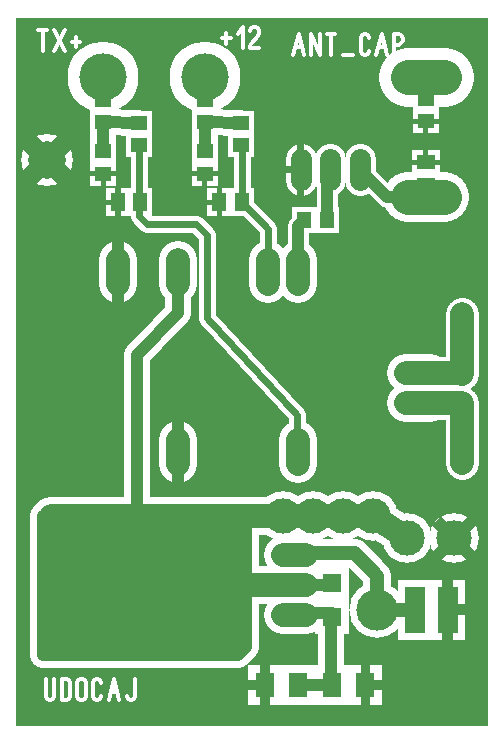
<source format=gbr>
%FSLAX34Y34*%
%MOMM*%
%LNCOPPER_TOP*%
G71*
G01*
%ADD10C, 4.700*%
%ADD11C, 4.400*%
%ADD12C, 3.200*%
%ADD13C, 5.000*%
%ADD14C, 4.200*%
%ADD15C, 2.200*%
%ADD16C, 2.400*%
%ADD17R, 3.000X5.200*%
%ADD18C, 4.200*%
%ADD19R, 3.000X3.400*%
%ADD20C, 2.600*%
%ADD21C, 1.800*%
%ADD22C, 2.800*%
%ADD23R, 2.100X2.200*%
%ADD24C, 4.200*%
%ADD25R, 2.200X2.100*%
%ADD26R, 2.400X2.100*%
%ADD27C, 6.000*%
%ADD28C, 1.400*%
%ADD29R, 2.100X2.400*%
%ADD30C, 0.318*%
%ADD31R, 3.000X3.000*%
%ADD32C, 1.621*%
%ADD33C, 1.013*%
%ADD34C, 0.900*%
%ADD35C, 1.000*%
%ADD36C, 0.800*%
%ADD37C, 0.600*%
%ADD38C, 0.433*%
%ADD39C, 3.500*%
%ADD40C, 3.200*%
%ADD41C, 2.000*%
%ADD42C, 3.000*%
%ADD43C, 1.200*%
%ADD44R, 1.800X4.000*%
%ADD45C, 3.000*%
%ADD46R, 1.600X2.000*%
%ADD47R, 1.300X1.400*%
%ADD48C, 3.000*%
%ADD49R, 1.400X1.300*%
%ADD50R, 1.600X1.300*%
%ADD51C, 4.000*%
%ADD52R, 1.300X1.600*%
%ADD53R, 1.600X1.600*%
%LPD*%
G36*
X0Y0D02*
X400000Y0D01*
X400000Y-600000D01*
X0Y-600000D01*
X0Y0D01*
G37*
%LPC*%
X306074Y-501314D02*
G54D10*
D03*
X26674Y-120314D02*
G54D11*
D03*
G54D12*
X137799Y-205564D02*
X137799Y-225564D01*
G54D12*
X137799Y-357964D02*
X137799Y-377964D01*
G54D12*
X86999Y-205564D02*
X86999Y-225564D01*
G54D12*
X239399Y-357964D02*
X239399Y-377964D01*
G54D13*
X362349Y-50464D02*
X332349Y-50464D01*
G54D14*
X362349Y-152064D02*
X332349Y-152064D01*
G36*
X23499Y-421939D02*
X188599Y-421939D01*
X194949Y-428289D01*
X194949Y-533064D01*
X188599Y-539414D01*
X23499Y-539414D01*
X23499Y-421939D01*
G37*
G54D15*
X23499Y-421939D02*
X188599Y-421939D01*
X194949Y-428289D01*
X194949Y-533064D01*
X188599Y-539414D01*
X23499Y-539414D01*
X23499Y-421939D01*
G54D12*
X246186Y-455044D02*
X226186Y-455044D01*
G54D12*
X246186Y-480444D02*
X226186Y-480444D01*
G54D12*
X246186Y-505844D02*
X226186Y-505844D01*
G54D15*
X137799Y-215564D02*
X137799Y-250489D01*
X102874Y-285414D01*
X102874Y-412414D01*
G54D12*
X236186Y-480444D02*
X180428Y-480444D01*
G54D16*
X236224Y-453689D02*
X287024Y-453689D01*
X306074Y-472739D01*
X306074Y-501314D01*
X337824Y-501314D01*
G54D15*
X236186Y-480444D02*
X262978Y-480444D01*
X267974Y-479089D01*
G54D15*
X267974Y-504439D02*
X237590Y-504439D01*
X236186Y-505844D01*
G54D15*
X266700Y-504825D02*
X266700Y-565150D01*
X238125Y-565150D01*
X365824Y-501314D02*
G54D17*
D03*
X337824Y-501314D02*
G54D17*
D03*
X365824Y-501314D02*
G54D17*
D03*
X331474Y-440989D02*
G54D18*
D03*
X371474Y-440989D02*
G54D18*
D03*
X371474Y-440989D02*
G54D18*
D03*
G54D12*
X29849Y-421939D02*
X302899Y-421939D01*
X331474Y-440989D01*
X211138Y-565150D02*
G54D19*
D03*
X239138Y-565150D02*
G54D19*
D03*
X211138Y-565149D02*
G54D19*
D03*
G54D20*
X291300Y-119825D02*
X291300Y-137825D01*
G54D20*
X266300Y-119825D02*
X266300Y-137825D01*
G54D20*
X241300Y-119825D02*
X241300Y-137825D01*
G54D21*
X347349Y-152064D02*
X314539Y-152064D01*
X291300Y-128825D01*
G54D12*
X350999Y-301289D02*
X330999Y-301289D01*
G54D12*
X350999Y-326689D02*
X330999Y-326689D01*
G54D22*
X340999Y-301289D02*
X377489Y-301289D01*
X377825Y-301625D01*
X377825Y-250825D01*
G54D22*
X340999Y-326689D02*
X377489Y-326689D01*
X377825Y-326352D01*
X377825Y-377152D01*
G54D12*
X239399Y-205564D02*
X239399Y-225564D01*
X263475Y-171450D02*
G54D23*
D03*
X244475Y-171450D02*
G54D23*
D03*
G54D21*
X263475Y-171450D02*
X263475Y-131650D01*
X266300Y-128825D01*
G54D21*
X239399Y-215564D02*
X239399Y-176526D01*
X244475Y-171450D01*
X252099Y-421939D02*
G54D24*
D03*
X277499Y-421939D02*
G54D24*
D03*
X226699Y-421939D02*
G54D24*
D03*
G54D15*
X252099Y-421939D02*
X226699Y-421939D01*
X347375Y-68600D02*
G54D25*
D03*
X347375Y-87600D02*
G54D25*
D03*
X347375Y-141525D02*
G54D26*
D03*
X347375Y-122525D02*
G54D26*
D03*
X74325Y-113050D02*
G54D25*
D03*
X74325Y-132050D02*
G54D25*
D03*
X74299Y-50464D02*
G54D27*
D03*
X74299Y-69514D02*
G54D25*
D03*
X74299Y-88514D02*
G54D25*
D03*
X104750Y-107925D02*
G54D25*
D03*
X104750Y-88925D02*
G54D25*
D03*
G54D15*
X74325Y-113050D02*
X74325Y-88540D01*
X74299Y-88514D01*
X104750Y-88925D01*
G54D28*
X104775Y-107950D02*
X104775Y-168275D01*
X111125Y-174625D01*
X152400Y-174625D01*
X161925Y-184150D01*
X161925Y-254000D01*
X238125Y-336550D01*
X238125Y-368300D01*
X105726Y-156368D02*
G54D29*
D03*
X86726Y-156368D02*
G54D29*
D03*
G54D12*
X213999Y-205564D02*
X213999Y-225564D01*
G54D30*
X235215Y-31750D02*
X239659Y-13972D01*
X244104Y-31750D01*
G54D30*
X236993Y-25083D02*
X242326Y-25083D01*
G54D30*
X250326Y-31750D02*
X250326Y-13972D01*
X257437Y-31750D01*
X257437Y-13972D01*
G54D30*
X267215Y-31750D02*
X267215Y-13972D01*
G54D30*
X263659Y-13972D02*
X270770Y-13972D01*
G54D30*
X276992Y-31750D02*
X285881Y-31750D01*
G54D30*
X299214Y-28417D02*
X298325Y-30639D01*
X296547Y-31750D01*
X294770Y-31750D01*
X292992Y-30639D01*
X292103Y-28417D01*
X292103Y-17306D01*
X292992Y-15083D01*
X294770Y-13972D01*
X296547Y-13972D01*
X298325Y-15083D01*
X299214Y-17306D01*
G54D30*
X305436Y-31750D02*
X309880Y-13972D01*
X314325Y-31750D01*
G54D30*
X307214Y-25083D02*
X312547Y-25083D01*
G54D30*
X320547Y-31750D02*
X320547Y-13972D01*
X324991Y-13972D01*
X326769Y-15083D01*
X327658Y-17306D01*
X327658Y-19528D01*
X326769Y-21750D01*
X324991Y-22861D01*
X320547Y-22861D01*
G54D30*
X22871Y-28575D02*
X22871Y-10797D01*
G54D30*
X19315Y-10797D02*
X26426Y-10797D01*
G54D30*
X32648Y-10797D02*
X41537Y-28575D01*
G54D30*
X32648Y-28575D02*
X41537Y-10797D01*
G54D30*
X47759Y-20797D02*
X54870Y-20797D01*
G54D30*
X51315Y-16353D02*
X51315Y-25242D01*
X160050Y-113050D02*
G54D25*
D03*
X160050Y-132050D02*
G54D25*
D03*
X160024Y-50464D02*
G54D27*
D03*
X160024Y-69514D02*
G54D25*
D03*
X160024Y-88514D02*
G54D25*
D03*
X190475Y-107925D02*
G54D25*
D03*
X190475Y-88925D02*
G54D25*
D03*
G54D15*
X160050Y-113050D02*
X160050Y-88540D01*
X160024Y-88514D01*
X190475Y-88925D01*
X191451Y-156368D02*
G54D29*
D03*
X172451Y-156368D02*
G54D29*
D03*
G54D28*
X213999Y-215564D02*
X213999Y-178915D01*
X191451Y-156368D01*
X191451Y-108901D01*
X190475Y-107925D01*
G54D30*
X174890Y-17622D02*
X182001Y-17622D01*
G54D30*
X178446Y-13178D02*
X178446Y-22067D01*
G54D30*
X188223Y-14289D02*
X192667Y-7622D01*
X192667Y-25400D01*
G54D30*
X206000Y-25400D02*
X198889Y-25400D01*
X198889Y-24289D01*
X199778Y-22067D01*
X205111Y-15400D01*
X206000Y-13178D01*
X206000Y-10956D01*
X205111Y-8733D01*
X203333Y-7622D01*
X201556Y-7622D01*
X199778Y-8733D01*
X198889Y-10956D01*
X302899Y-421939D02*
G54D24*
D03*
G54D30*
X25665Y-560072D02*
X25665Y-574517D01*
X26554Y-576739D01*
X28332Y-577850D01*
X30109Y-577850D01*
X31887Y-576739D01*
X32776Y-574517D01*
X32776Y-560072D01*
G54D30*
X38998Y-577850D02*
X38998Y-560072D01*
X43442Y-560072D01*
X45220Y-561183D01*
X46109Y-563406D01*
X46109Y-574517D01*
X45220Y-576739D01*
X43442Y-577850D01*
X38998Y-577850D01*
G54D30*
X59442Y-563406D02*
X59442Y-574517D01*
X58553Y-576739D01*
X56775Y-577850D01*
X54998Y-577850D01*
X53220Y-576739D01*
X52331Y-574517D01*
X52331Y-563406D01*
X53220Y-561183D01*
X54998Y-560072D01*
X56775Y-560072D01*
X58553Y-561183D01*
X59442Y-563406D01*
G54D30*
X72775Y-574517D02*
X71886Y-576739D01*
X70108Y-577850D01*
X68331Y-577850D01*
X66553Y-576739D01*
X65664Y-574517D01*
X65664Y-563406D01*
X66553Y-561183D01*
X68331Y-560072D01*
X70108Y-560072D01*
X71886Y-561183D01*
X72775Y-563406D01*
G54D30*
X78997Y-577850D02*
X83441Y-560072D01*
X87886Y-577850D01*
G54D30*
X80775Y-571183D02*
X86108Y-571183D01*
G54D30*
X101219Y-560072D02*
X101219Y-574517D01*
X100330Y-576739D01*
X98552Y-577850D01*
X96775Y-577850D01*
X94997Y-576739D01*
X94108Y-574517D01*
X296287Y-565150D02*
G54D19*
D03*
X268287Y-565150D02*
G54D19*
D03*
X296287Y-565151D02*
G54D19*
D03*
X267974Y-479089D02*
G54D31*
D03*
X267974Y-507089D02*
G54D31*
D03*
%LPD*%
G54D32*
G36*
X32406Y-114582D02*
X48316Y-130492D01*
X36852Y-141956D01*
X20942Y-126046D01*
X32406Y-114582D01*
G37*
G36*
X32406Y-126046D02*
X16496Y-141956D01*
X5032Y-130492D01*
X20942Y-114582D01*
X32406Y-126046D01*
G37*
G36*
X20942Y-126046D02*
X5032Y-110136D01*
X16496Y-98672D01*
X32406Y-114582D01*
X20942Y-126046D01*
G37*
G36*
X20942Y-114582D02*
X36852Y-98672D01*
X48316Y-110136D01*
X32406Y-126046D01*
X20942Y-114582D01*
G37*
G54D33*
G36*
X142865Y-367964D02*
X142865Y-394464D01*
X132732Y-394464D01*
X132732Y-367964D01*
X142865Y-367964D01*
G37*
G36*
X132732Y-367964D02*
X132732Y-341464D01*
X142865Y-341464D01*
X142865Y-367964D01*
X132732Y-367964D01*
G37*
G54D33*
G36*
X92065Y-215564D02*
X92065Y-242064D01*
X81932Y-242064D01*
X81932Y-215564D01*
X92065Y-215564D01*
G37*
G36*
X81932Y-215564D02*
X81932Y-189064D01*
X92065Y-189064D01*
X92065Y-215564D01*
X81932Y-215564D01*
G37*
G54D34*
G36*
X370324Y-501314D02*
X370323Y-527814D01*
X361323Y-527814D01*
X361324Y-501314D01*
X370324Y-501314D01*
G37*
G36*
X361324Y-501314D02*
X361324Y-474814D01*
X370324Y-474815D01*
X370324Y-501314D01*
X361324Y-501314D01*
G37*
G36*
X365824Y-496814D02*
X381324Y-496815D01*
X381324Y-505815D01*
X365824Y-505814D01*
X365824Y-496814D01*
G37*
G54D35*
G36*
X375009Y-437453D02*
X390212Y-452656D01*
X383141Y-459727D01*
X367938Y-444524D01*
X375009Y-437453D01*
G37*
G36*
X375009Y-444524D02*
X359806Y-459727D01*
X352735Y-452656D01*
X367938Y-437453D01*
X375009Y-444524D01*
G37*
G36*
X367938Y-444524D02*
X352735Y-429322D01*
X359806Y-422250D01*
X375009Y-437453D01*
X367938Y-444524D01*
G37*
G36*
X367938Y-437453D02*
X383141Y-422250D01*
X390212Y-429322D01*
X375009Y-444524D01*
X367938Y-437453D01*
G37*
G54D36*
G36*
X207138Y-565149D02*
X207138Y-547649D01*
X215138Y-547649D01*
X215138Y-565149D01*
X207138Y-565149D01*
G37*
G36*
X215138Y-565149D02*
X215137Y-582649D01*
X207137Y-582649D01*
X207138Y-565149D01*
X215138Y-565149D01*
G37*
G36*
X211137Y-569149D02*
X195637Y-569149D01*
X195638Y-561149D01*
X211138Y-561149D01*
X211137Y-569149D01*
G37*
G54D37*
G36*
X238300Y-128825D02*
X238300Y-106325D01*
X244300Y-106325D01*
X244300Y-128825D01*
X238300Y-128825D01*
G37*
G36*
X244300Y-128825D02*
X244300Y-151325D01*
X238300Y-151325D01*
X238300Y-128825D01*
X244300Y-128825D01*
G37*
G36*
X241300Y-131825D02*
X227800Y-131825D01*
X227800Y-125825D01*
X241300Y-125825D01*
X241300Y-131825D01*
G37*
G54D38*
G36*
X347375Y-85434D02*
X358875Y-85434D01*
X358875Y-89766D01*
X347375Y-89766D01*
X347375Y-85434D01*
G37*
G36*
X349542Y-87600D02*
X349542Y-98600D01*
X345208Y-98600D01*
X345208Y-87600D01*
X349542Y-87600D01*
G37*
G36*
X347375Y-89766D02*
X335875Y-89766D01*
X335875Y-85434D01*
X347375Y-85434D01*
X347375Y-89766D01*
G37*
G54D38*
G36*
X347375Y-124692D02*
X334875Y-124692D01*
X334875Y-120358D01*
X347375Y-120358D01*
X347375Y-124692D01*
G37*
G36*
X345208Y-122525D02*
X345208Y-111525D01*
X349542Y-111525D01*
X349542Y-122525D01*
X345208Y-122525D01*
G37*
G36*
X347375Y-120358D02*
X359875Y-120358D01*
X359875Y-124692D01*
X347375Y-124692D01*
X347375Y-120358D01*
G37*
G54D38*
G36*
X74325Y-129884D02*
X85825Y-129884D01*
X85825Y-134216D01*
X74325Y-134216D01*
X74325Y-129884D01*
G37*
G36*
X76492Y-132050D02*
X76492Y-143050D01*
X72158Y-143050D01*
X72158Y-132050D01*
X76492Y-132050D01*
G37*
G36*
X74325Y-134216D02*
X62825Y-134216D01*
X62825Y-129884D01*
X74325Y-129884D01*
X74325Y-134216D01*
G37*
G54D38*
G36*
X88892Y-156368D02*
X88892Y-168868D01*
X84559Y-168868D01*
X84559Y-156368D01*
X88892Y-156368D01*
G37*
G36*
X86726Y-158534D02*
X75726Y-158534D01*
X75726Y-154201D01*
X86726Y-154201D01*
X86726Y-158534D01*
G37*
G36*
X84559Y-156368D02*
X84559Y-143868D01*
X88892Y-143868D01*
X88892Y-156368D01*
X84559Y-156368D01*
G37*
G54D38*
G36*
X160050Y-129884D02*
X171550Y-129884D01*
X171550Y-134216D01*
X160050Y-134216D01*
X160050Y-129884D01*
G37*
G36*
X162216Y-132050D02*
X162216Y-143050D01*
X157884Y-143050D01*
X157884Y-132050D01*
X162216Y-132050D01*
G37*
G36*
X160050Y-134216D02*
X148550Y-134216D01*
X148550Y-129884D01*
X160050Y-129884D01*
X160050Y-134216D01*
G37*
G54D38*
G36*
X174617Y-156368D02*
X174617Y-168868D01*
X170284Y-168868D01*
X170284Y-156368D01*
X174617Y-156368D01*
G37*
G36*
X172451Y-158534D02*
X161451Y-158534D01*
X161451Y-154201D01*
X172451Y-154201D01*
X172451Y-158534D01*
G37*
G36*
X170284Y-156368D02*
X170284Y-143868D01*
X174617Y-143868D01*
X174617Y-156368D01*
X170284Y-156368D01*
G37*
G54D36*
G36*
X300287Y-565151D02*
X300287Y-582651D01*
X292287Y-582651D01*
X292287Y-565151D01*
X300287Y-565151D01*
G37*
G36*
X292287Y-565151D02*
X292287Y-547651D01*
X300287Y-547651D01*
X300287Y-565151D01*
X292287Y-565151D01*
G37*
G36*
X296287Y-561151D02*
X311787Y-561152D01*
X311787Y-569152D01*
X296287Y-569151D01*
X296287Y-561151D01*
G37*
X306074Y-501314D02*
G54D39*
D03*
X26674Y-120314D02*
G54D40*
D03*
G54D41*
X137799Y-205564D02*
X137799Y-225564D01*
G54D41*
X137799Y-357964D02*
X137799Y-377964D01*
G54D41*
X86999Y-205564D02*
X86999Y-225564D01*
G54D41*
X239399Y-357964D02*
X239399Y-377964D01*
G54D42*
X362349Y-50464D02*
X332349Y-50464D01*
G54D42*
X362349Y-152064D02*
X332349Y-152064D01*
G36*
X23499Y-421939D02*
X188599Y-421939D01*
X194949Y-428289D01*
X194949Y-533064D01*
X188599Y-539414D01*
X23499Y-539414D01*
X23499Y-421939D01*
G37*
G54D35*
X23499Y-421939D02*
X188599Y-421939D01*
X194949Y-428289D01*
X194949Y-533064D01*
X188599Y-539414D01*
X23499Y-539414D01*
X23499Y-421939D01*
G54D41*
X246186Y-455044D02*
X226186Y-455044D01*
G54D41*
X246186Y-480444D02*
X226186Y-480444D01*
G54D41*
X246186Y-505844D02*
X226186Y-505844D01*
G54D35*
X137799Y-215564D02*
X137799Y-250489D01*
X102874Y-285414D01*
X102874Y-412414D01*
G54D41*
X236186Y-480444D02*
X180428Y-480444D01*
G54D43*
X236224Y-453689D02*
X287024Y-453689D01*
X306074Y-472739D01*
X306074Y-501314D01*
X337824Y-501314D01*
G54D35*
X236186Y-480444D02*
X262978Y-480444D01*
X267974Y-479089D01*
G54D35*
X267974Y-504439D02*
X237590Y-504439D01*
X236186Y-505844D01*
G54D35*
X266700Y-504825D02*
X266700Y-565150D01*
X238125Y-565150D01*
X365824Y-501314D02*
G54D44*
D03*
X337824Y-501314D02*
G54D44*
D03*
X365824Y-501314D02*
G54D44*
D03*
X331474Y-440989D02*
G54D45*
D03*
X371474Y-440989D02*
G54D45*
D03*
X371474Y-440989D02*
G54D45*
D03*
G54D41*
X29849Y-421939D02*
X302899Y-421939D01*
X331474Y-440989D01*
X211138Y-565150D02*
G54D46*
D03*
X239138Y-565150D02*
G54D46*
D03*
X211138Y-565149D02*
G54D46*
D03*
G54D21*
X291300Y-119825D02*
X291300Y-137825D01*
G54D21*
X266300Y-119825D02*
X266300Y-137825D01*
G54D21*
X241300Y-119825D02*
X241300Y-137825D01*
G54D35*
X347349Y-152064D02*
X314539Y-152064D01*
X291300Y-128825D01*
G54D41*
X350999Y-301289D02*
X330999Y-301289D01*
G54D41*
X350999Y-326689D02*
X330999Y-326689D01*
G54D41*
X340999Y-301289D02*
X377489Y-301289D01*
X377825Y-301625D01*
X377825Y-250825D01*
G54D41*
X340999Y-326689D02*
X377489Y-326689D01*
X377825Y-326352D01*
X377825Y-377152D01*
G54D41*
X239399Y-205564D02*
X239399Y-225564D01*
X263475Y-171450D02*
G54D47*
D03*
X244475Y-171450D02*
G54D47*
D03*
G54D35*
X263475Y-171450D02*
X263475Y-131650D01*
X266300Y-128825D01*
G54D35*
X239399Y-215564D02*
X239399Y-176526D01*
X244475Y-171450D01*
X252099Y-421939D02*
G54D48*
D03*
X277499Y-421939D02*
G54D48*
D03*
X226699Y-421939D02*
G54D48*
D03*
G54D35*
X252099Y-421939D02*
X226699Y-421939D01*
X347375Y-68600D02*
G54D49*
D03*
X347375Y-87600D02*
G54D49*
D03*
X347375Y-141525D02*
G54D50*
D03*
X347375Y-122525D02*
G54D50*
D03*
X74325Y-113050D02*
G54D49*
D03*
X74325Y-132050D02*
G54D49*
D03*
X74299Y-50464D02*
G54D51*
D03*
X74299Y-69514D02*
G54D49*
D03*
X74299Y-88514D02*
G54D49*
D03*
X104750Y-107925D02*
G54D49*
D03*
X104750Y-88925D02*
G54D49*
D03*
G54D35*
X74325Y-113050D02*
X74325Y-88540D01*
X74299Y-88514D01*
X104750Y-88925D01*
G54D37*
X104775Y-107950D02*
X104775Y-168275D01*
X111125Y-174625D01*
X152400Y-174625D01*
X161925Y-184150D01*
X161925Y-254000D01*
X238125Y-336550D01*
X238125Y-368300D01*
X105726Y-156368D02*
G54D52*
D03*
X86726Y-156368D02*
G54D52*
D03*
G54D41*
X213999Y-205564D02*
X213999Y-225564D01*
X160050Y-113050D02*
G54D49*
D03*
X160050Y-132050D02*
G54D49*
D03*
X160024Y-50464D02*
G54D51*
D03*
X160024Y-69514D02*
G54D49*
D03*
X160024Y-88514D02*
G54D49*
D03*
X190475Y-107925D02*
G54D49*
D03*
X190475Y-88925D02*
G54D49*
D03*
G54D35*
X160050Y-113050D02*
X160050Y-88540D01*
X160024Y-88514D01*
X190475Y-88925D01*
X191451Y-156368D02*
G54D52*
D03*
X172451Y-156368D02*
G54D52*
D03*
G54D37*
X213999Y-215564D02*
X213999Y-178915D01*
X191451Y-156368D01*
X191451Y-108901D01*
X190475Y-107925D01*
X302899Y-421939D02*
G54D48*
D03*
X296287Y-565150D02*
G54D46*
D03*
X268287Y-565150D02*
G54D46*
D03*
X296287Y-565151D02*
G54D46*
D03*
X267974Y-479089D02*
G54D53*
D03*
X267974Y-507089D02*
G54D53*
D03*
M02*

</source>
